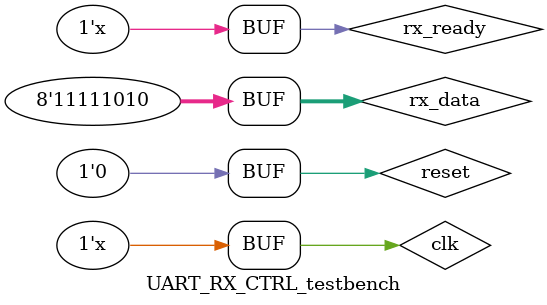
<source format=sv>
`timescale 1ns / 1ps

module UART_RX_CTRL_testbench();

logic clk,reset,rx_ready,trigger_TX_result;
logic [7:0] rx_data;
logic [3:0] ALU_ctrl,state_peek;
logic [15:0] operando1,operando2;

UART_RX_CTRL DUT(.clk(clk),.reset(reset),.rx_ready(rx_ready),.rx_data(rx_data),
                 .operando1(operando1),.operando2(operando2),.ALU_ctrl(ALU_ctrl),.state_peek(state_peek),.trigger_TX_result(trigger_TX_result));
                 
initial begin
    clk=0;
    reset=1;
    rx_ready=0;
    rx_data = 8'hFA;
    #2;
    reset=0;
end

always #1 clk = ~clk;

always begin
         #3 rx_ready = ~rx_ready;
         #3 rx_ready = ~rx_ready;
         end
       
             

endmodule

</source>
